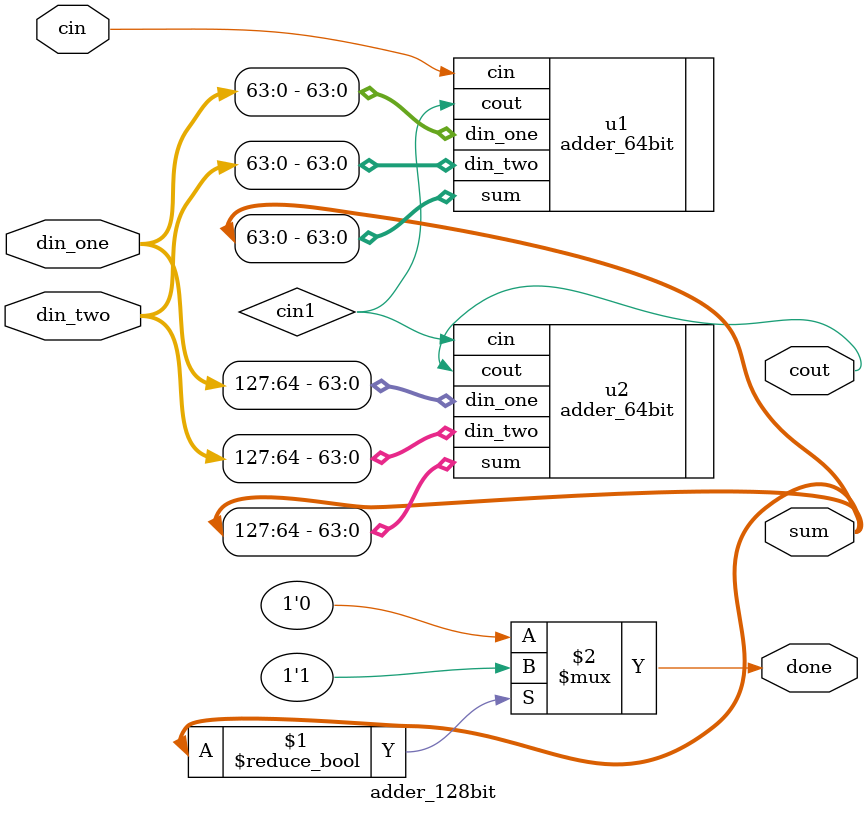
<source format=v>
module adder_128bit (
    input [127:0] din_one,
    input [127:0] din_two,
    input cin,
    output [127:0] sum,
    output cout,
    output done
);
 
wire cin1;
assign done = (sum)?1'b1:1'b0;
adder_64bit u1(
    .din_one(din_one[63:0]),
    .din_two(din_two[63:0]),
    .cin(cin),
    .sum(sum[63:0]),
    .cout(cin1)
);

adder_64bit u2(
    .din_one(din_one[127:64]),
    .din_two(din_two[127:64]),
    .cin(cin1),
    .sum(sum[127:64]),
    .cout(cout)
);
 
endmodule //full_adder
</source>
